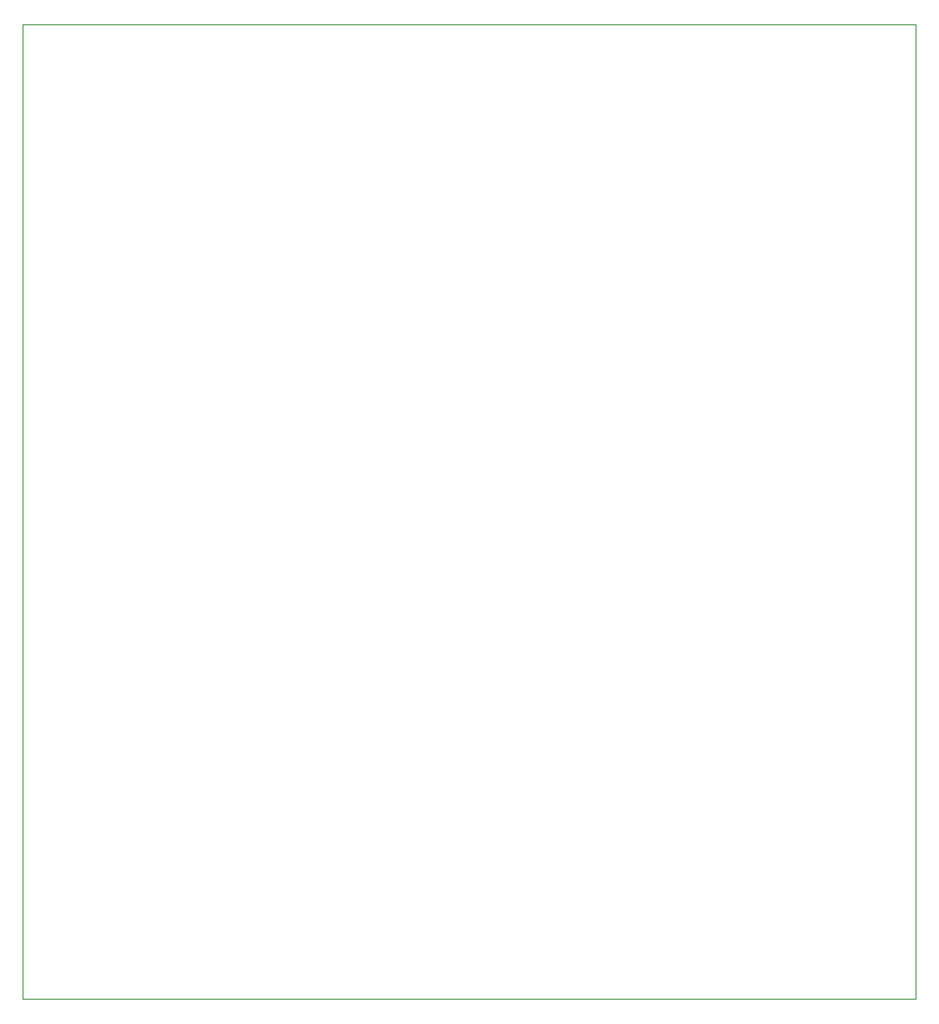
<source format=gbr>
%TF.GenerationSoftware,KiCad,Pcbnew,7.0.7*%
%TF.CreationDate,2023-11-02T14:39:43+09:00*%
%TF.ProjectId,tangnano20k-vectrex,74616e67-6e61-46e6-9f32-306b2d766563,rev?*%
%TF.SameCoordinates,Original*%
%TF.FileFunction,Profile,NP*%
%FSLAX46Y46*%
G04 Gerber Fmt 4.6, Leading zero omitted, Abs format (unit mm)*
G04 Created by KiCad (PCBNEW 7.0.7) date 2023-11-02 14:39:43*
%MOMM*%
%LPD*%
G01*
G04 APERTURE LIST*
%TA.AperFunction,Profile*%
%ADD10C,0.100000*%
%TD*%
G04 APERTURE END LIST*
D10*
X0Y0D02*
X83820000Y0D01*
X83820000Y0D02*
X83820000Y-91440000D01*
X0Y-91440000D02*
X0Y0D01*
X83820000Y-91440000D02*
X0Y-91440000D01*
M02*

</source>
